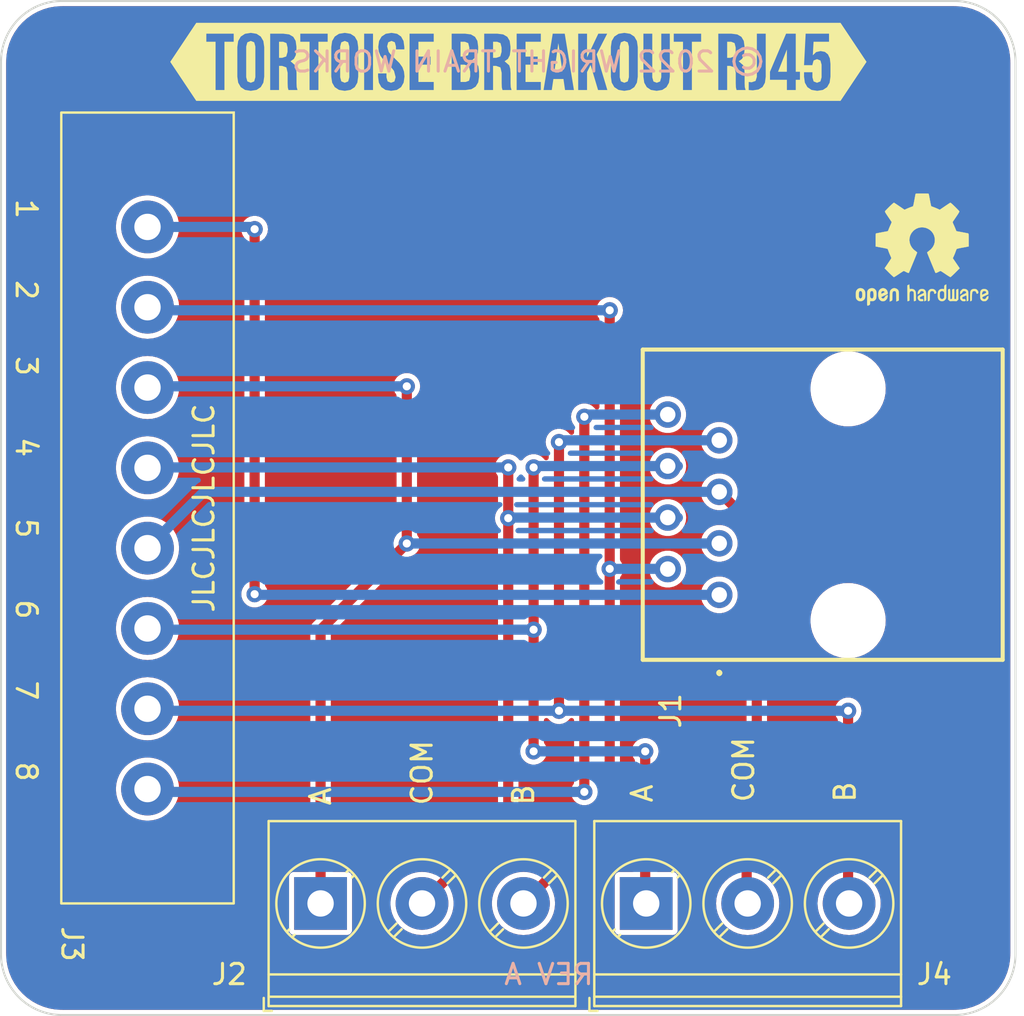
<source format=kicad_pcb>
(kicad_pcb (version 20211014) (generator pcbnew)
  (title_block (title "Tortoise Breakout Board RJ-45") (date "2022-02-12") (rev "A") (company "Wright Train Works"))
  (layers (0 "F.Cu" signal) (31 "B.Cu" signal) (34 "B.Paste" user) (35 "F.Paste" user) (36 "B.SilkS" user "B.Silkscreen") (37 "F.SilkS" user "F.Silkscreen") (38 "B.Mask" user) (39 "F.Mask" user) (44 "Edge.Cuts" user))
  (net 0 "")
  (net 1 "Net-(J1-Pad1)")
  (net 2 "Net-(J1-Pad2)")
  (net 3 "Net-(J1-Pad3)")
  (net 4 "Net-(J1-Pad4)")
  (net 5 "Net-(J1-Pad5)")
  (net 6 "Net-(J1-Pad6)")
  (net 7 "Net-(J1-Pad7)")
  (net 8 "Net-(J1-Pad8)")
  (footprint "TerminalBlock_Phoenix:TerminalBlock_Phoenix_PT-1,5-3-5.0-H_1x03_P5.00mm_Horizontal" (layer "F.Cu") (at 156.8 119.5)
    (fp_text reference "J4" (at 14.2 3.5) (layer "F.SilkS"))
    (fp_text value "Conn_01x03" hide)
    (pad "1" thru_hole rect (at 0 0) (size 2.6 2.6) (drill 1.3) (layers *.Cu *.Mask) (net 6 "Net-(J1-Pad6)"))
    (pad "2" thru_hole circle (at 5 0) (size 2.6 2.6) (drill 1.3) (layers *.Cu *.Mask) (net 5 "Net-(J1-Pad5)"))
    (pad "3" thru_hole circle (at 10 0) (size 2.6 2.6) (drill 1.3) (layers *.Cu *.Mask) (net 7 "Net-(J1-Pad7)"))
  )
  (footprint "EBM08DSXN:EBM08DSXN" (layer "F.Cu") (at 132.22 100 -90)
    (fp_text reference "J3" (at 21.5 3.72 -90 unlocked) (layer "F.SilkS"))
    (fp_text value "Conn_01x08" hide)
    (pad "1" thru_hole circle (at -13.86 0 270) (size 2.6 2.6) (drill 1.3) (layers *.Cu *.Mask) (net 1 "Net-(J1-Pad1)"))
    (pad "2" thru_hole circle (at -9.9 0 270) (size 2.6 2.6) (drill 1.3) (layers *.Cu *.Mask) (net 2 "Net-(J1-Pad2)"))
    (pad "3" thru_hole circle (at -5.94 0 270) (size 2.6 2.6) (drill 1.3) (layers *.Cu *.Mask) (net 3 "Net-(J1-Pad3)"))
    (pad "4" thru_hole circle (at -1.98 0 270) (size 2.6 2.6) (drill 1.3) (layers *.Cu *.Mask) (net 4 "Net-(J1-Pad4)"))
    (pad "5" thru_hole circle (at 1.98 0 270) (size 2.6 2.6) (drill 1.3) (layers *.Cu *.Mask) (net 5 "Net-(J1-Pad5)"))
    (pad "6" thru_hole circle (at 5.94 0 270) (size 2.6 2.6) (drill 1.3) (layers *.Cu *.Mask) (net 6 "Net-(J1-Pad6)"))
    (pad "7" thru_hole circle (at 9.9 0 270) (size 2.6 2.6) (drill 1.3) (layers *.Cu *.Mask) (net 7 "Net-(J1-Pad7)"))
    (pad "8" thru_hole circle (at 13.86 0 270) (size 2.6 2.6) (drill 1.3) (layers *.Cu *.Mask) (net 8 "Net-(J1-Pad8)"))
  )
  (footprint "TerminalBlock_Phoenix:TerminalBlock_Phoenix_PT-1,5-3-5.0-H_1x03_P5.00mm_Horizontal" (layer "F.Cu") (at 140.75 119.5)
    (fp_text reference "J2" (at -4.5 3.5) (layer "F.SilkS"))
    (fp_text value "Conn_01x03" hide)
    (pad "1" thru_hole rect (at 0 0) (size 2.6 2.6) (drill 1.3) (layers *.Cu *.Mask) (net 3 "Net-(J1-Pad3)"))
    (pad "2" thru_hole circle (at 5 0) (size 2.6 2.6) (drill 1.3) (layers *.Cu *.Mask) (net 4 "Net-(J1-Pad4)"))
    (pad "3" thru_hole circle (at 10 0) (size 2.6 2.6) (drill 1.3) (layers *.Cu *.Mask) (net 2 "Net-(J1-Pad2)"))
  )
  (footprint "Amphenol-54602-908LF-0:Amphenol-54602-908LF" (layer "F.Cu") (at 160.4 104.2825 90)
    (fp_text reference "J1" (at -5.7175 -2.4 90) (layer "F.SilkS"))
    (fp_text value "RJ45" hide)
    (pad "" np_thru_hole circle (at -1.27 6.35 90) (size 3.2 3.2) (drill 3.2) (layers *.Cu *.Mask))
    (pad "" np_thru_hole circle (at 10.16 6.35 90) (size 3.2 3.2) (drill 3.2) (layers *.Cu *.Mask))
    (pad "1" thru_hole circle (at 0 0 90) (size 1.303 1.303) (drill 0.76) (layers *.Cu *.Mask) (net 1 "Net-(J1-Pad1)"))
    (pad "2" thru_hole circle (at 1.27 -2.54 90) (size 1.303 1.303) (drill 0.76) (layers *.Cu *.Mask) (net 2 "Net-(J1-Pad2)"))
    (pad "3" thru_hole circle (at 2.54 0 90) (size 1.303 1.303) (drill 0.76) (layers *.Cu *.Mask) (net 3 "Net-(J1-Pad3)"))
    (pad "4" thru_hole circle (at 3.81 -2.54 90) (size 1.303 1.303) (drill 0.76) (layers *.Cu *.Mask) (net 4 "Net-(J1-Pad4)"))
    (pad "5" thru_hole circle (at 5.08 0 90) (size 1.303 1.303) (drill 0.76) (layers *.Cu *.Mask) (net 5 "Net-(J1-Pad5)"))
    (pad "6" thru_hole circle (at 6.35 -2.54 90) (size 1.303 1.303) (drill 0.76) (layers *.Cu *.Mask) (net 6 "Net-(J1-Pad6)"))
    (pad "7" thru_hole circle (at 7.62 0 90) (size 1.303 1.303) (drill 0.76) (layers *.Cu *.Mask) (net 7 "Net-(J1-Pad7)"))
    (pad "8" thru_hole circle (at 8.89 -2.54 90) (size 1.303 1.303) (drill 0.76) (layers *.Cu *.Mask) (net 8 "Net-(J1-Pad8)"))
  )
  (footprint "Symbol:OSHW-Logo2_7.3x6mm_SilkScreen" (layer "F.Cu") (at 170.4 87.25)
    (fp_text reference "REF**" hide)
    (fp_text value "OSHW-Logo2_7.3x6mm_SilkScreen" hide)
  )
  (footprint "kibuzzard-620B5AFA" (layer "F.Cu") (at 150.5 78)
    (fp_text reference "kibuzzard-620B5AFA" hide)
    (fp_text value "G***" hide)
  )
  (gr_line (start 175 78) (end 175 122) (layer "Edge.Cuts") (width 0.1))
  (gr_arc (start 172 75) (mid 174.12132 75.87868) (end 175 78) (layer "Edge.Cuts") (width 0.1))
  (gr_line (start 128 75) (end 172 75) (layer "Edge.Cuts") (width 0.1))
  (gr_line (start 172 125) (end 128 125) (layer "Edge.Cuts") (width 0.1))
  (gr_arc (start 128 125) (mid 125.87868 124.12132) (end 125 122) (layer "Edge.Cuts") (width 0.1))
  (gr_arc (start 175 122) (mid 174.12132 124.12132) (end 172 125) (layer "Edge.Cuts") (width 0.1))
  (gr_arc (start 125 78) (mid 125.87868 75.87868) (end 128 75) (layer "Edge.Cuts") (width 0.1))
  (gr_line (start 125 122) (end 125 78) (layer "Edge.Cuts") (width 0.1))
  (gr_text "© 2022 WRIGHT TRAIN WORKS" (at 151 78) (layer "B.SilkS") (effects (font (size 1 1)) (justify mirror)))
  (gr_text "REV A" (at 152 123) (layer "B.SilkS") (effects (font (size 1 1)) (justify mirror)))
  (gr_text "A" (at 140.75 114.75 90) (layer "F.SilkS") (effects (font (size 1 1)) (justify left)))
  (gr_text "2" (at 126.25 89.25 270) (layer "F.SilkS") (effects (font (size 1 1))))
  (gr_text "A" (at 156.6 114.6 90) (layer "F.SilkS") (effects (font (size 1 1)) (justify left)))
  (gr_text "5" (at 126.25 101 270) (layer "F.SilkS") (effects (font (size 1 1))))
  (gr_text "JLCJLCJLCJLC" (at 135 100 90) (layer "F.SilkS") (effects (font (size 1 1))))
  (gr_text "B" (at 166.6 114.6 90) (layer "F.SilkS") (effects (font (size 1 1)) (justify left)))
  (gr_text "COM" (at 161.6 114.6 90) (layer "F.SilkS") (effects (font (size 1 1)) (justify left)))
  (gr_text "4" (at 126.25 97 270) (layer "F.SilkS") (effects (font (size 1 1))))
  (gr_text "COM" (at 145.75 114.75 90) (layer "F.SilkS") (effects (font (size 1 1)) (justify left)))
  (gr_text "8" (at 126.25 113 270) (layer "F.SilkS") (effects (font (size 1 1))))
  (gr_text "3" (at 126.25 93 270) (layer "F.SilkS") (effects (font (size 1 1))))
  (gr_text "7" (at 126.25 109 270) (layer "F.SilkS") (effects (font (size 1 1))))
  (gr_text "6" (at 126.25 105 270) (layer "F.SilkS") (effects (font (size 1 1))))
  (gr_text "1" (at 126.25 85.25 270) (layer "F.SilkS") (effects (font (size 1 1))))
  (gr_text "B" (at 150.75 114.75 90) (layer "F.SilkS") (effects (font (size 1 1)) (justify left)))
  (segment (start 137.5 104.25) (end 137.5 86.25) (width 0.5) (layer "F.Cu") (net 1))
  (via (at 137.5 86.25) (size 0.8) (drill 0.4) (layers "F.Cu" "B.Cu") (net 1))
  (via (at 137.5 104.25) (size 0.8) (drill 0.4) (layers "F.Cu" "B.Cu") (net 1))
  (segment (start 137.39 86.14) (end 132.22 86.14) (width 0.5) (layer "B.Cu") (net 1))
  (segment (start 137.5325 104.2825) (end 137.5 104.25) (width 0.5) (layer "B.Cu") (net 1))
  (segment (start 160.4 104.2825) (end 137.5325 104.2825) (width 0.5) (layer "B.Cu") (net 1))
  (segment (start 137.5 86.25) (end 137.39 86.14) (width 0.5) (layer "B.Cu") (net 1))
  (segment (start 155 115.25) (end 150.75 119.5) (width 0.5) (layer "F.Cu") (net 2))
  (segment (start 155 103) (end 155 115.25) (width 0.5) (layer "F.Cu") (net 2))
  (segment (start 155 90.25) (end 155 103) (width 0.5) (layer "F.Cu") (net 2))
  (via (at 155 103) (size 0.8) (drill 0.4) (layers "F.Cu" "B.Cu") (net 2))
  (via (at 155 90.25) (size 0.8) (drill 0.4) (layers "F.Cu" "B.Cu") (net 2))
  (segment (start 155 90.25) (end 132.37 90.25) (width 0.5) (layer "B.Cu") (net 2))
  (segment (start 132.37 90.25) (end 132.22 90.1) (width 0.5) (layer "B.Cu") (net 2))
  (segment (start 155 103) (end 157.8475 103) (width 0.5) (layer "B.Cu") (net 2))
  (segment (start 157.8475 103) (end 157.86 103.0125) (width 0.5) (layer "B.Cu") (net 2))
  (segment (start 140.75 106) (end 140.75 119.5) (width 0.5) (layer "F.Cu") (net 3))
  (segment (start 145 101.75) (end 140.75 106) (width 0.5) (layer "F.Cu") (net 3))
  (segment (start 145 94) (end 145 101.75) (width 0.5) (layer "F.Cu") (net 3))
  (via (at 145 94) (size 0.8) (drill 0.4) (layers "F.Cu" "B.Cu") (net 3))
  (via (at 145 101.75) (size 0.8) (drill 0.4) (layers "F.Cu" "B.Cu") (net 3))
  (segment (start 145 101.75) (end 160.3925 101.75) (width 0.5) (layer "B.Cu") (net 3))
  (segment (start 132.28 94) (end 132.22 94.06) (width 0.5) (layer "B.Cu") (net 3))
  (segment (start 145 94) (end 132.28 94) (width 0.5) (layer "B.Cu") (net 3))
  (segment (start 160.3925 101.75) (end 160.4 101.7425) (width 0.5) (layer "B.Cu") (net 3))
  (segment (start 150 98) (end 150 100.5) (width 0.5) (layer "F.Cu") (net 4))
  (segment (start 150 100.5) (end 150 115.25) (width 0.5) (layer "F.Cu") (net 4))
  (segment (start 150 115.25) (end 145.75 119.5) (width 0.5) (layer "F.Cu") (net 4))
  (via (at 150 100.5) (size 0.8) (drill 0.4) (layers "F.Cu" "B.Cu") (net 4))
  (via (at 150 98) (size 0.8) (drill 0.4) (layers "F.Cu" "B.Cu") (net 4))
  (segment (start 150 98) (end 132.24 98) (width 0.5) (layer "B.Cu") (net 4))
  (segment (start 132.24 98) (end 132.22 98.02) (width 0.5) (layer "B.Cu") (net 4))
  (segment (start 150.0275 100.4725) (end 158.36 100.4725) (width 0.5) (layer "B.Cu") (net 4))
  (segment (start 150 100.5) (end 150.0275 100.4725) (width 0.5) (layer "B.Cu") (net 4))
  (segment (start 160.4 99.2025) (end 162.25 101.0525) (width 0.5) (layer "F.Cu") (net 5))
  (segment (start 162.25 101.0525) (end 162.25 116.5) (width 0.5) (layer "F.Cu") (net 5))
  (segment (start 162.25 116.5) (end 161.75 117) (width 0.5) (layer "F.Cu") (net 5))
  (segment (start 161.75 117) (end 161.75 119.5) (width 0.5) (layer "F.Cu") (net 5))
  (segment (start 134.9975 99.2025) (end 160.4 99.2025) (width 0.5) (layer "B.Cu") (net 5))
  (segment (start 132.22 101.98) (end 134.9975 99.2025) (width 0.5) (layer "B.Cu") (net 5))
  (segment (start 151.25 98) (end 151.25 106) (width 0.5) (layer "F.Cu") (net 6))
  (segment (start 156.75 112) (end 156.75 119.5) (width 0.5) (layer "F.Cu") (net 6))
  (segment (start 151.25 106) (end 151.25 112) (width 0.5) (layer "F.Cu") (net 6))
  (via (at 151.25 112) (size 0.8) (drill 0.4) (layers "F.Cu" "B.Cu") (net 6))
  (via (at 151.25 98) (size 0.8) (drill 0.4) (layers "F.Cu" "B.Cu") (net 6))
  (via (at 156.75 112) (size 0.8) (drill 0.4) (layers "F.Cu" "B.Cu") (net 6))
  (via (at 151.25 106) (size 0.8) (drill 0.4) (layers "F.Cu" "B.Cu") (net 6))
  (segment (start 132.28 106) (end 132.22 105.94) (width 0.5) (layer "B.Cu") (net 6))
  (segment (start 151.25 106) (end 132.28 106) (width 0.5) (layer "B.Cu") (net 6))
  (segment (start 151.3175 97.9325) (end 151.25 98) (width 0.5) (layer "B.Cu") (net 6))
  (segment (start 158.36 97.9325) (end 151.3175 97.9325) (width 0.5) (layer "B.Cu") (net 6))
  (segment (start 156.75 112) (end 151.25 112) (width 0.5) (layer "B.Cu") (net 6))
  (segment (start 152.5 96.75) (end 152.5 110) (width 0.5) (layer "F.Cu") (net 7))
  (segment (start 166.75 110) (end 166.75 119.5) (width 0.5) (layer "F.Cu") (net 7))
  (via (at 152.5 96.75) (size 0.8) (drill 0.4) (layers "F.Cu" "B.Cu") (net 7))
  (via (at 152.5 110) (size 0.8) (drill 0.4) (layers "F.Cu" "B.Cu") (net 7))
  (via (at 166.75 110) (size 0.8) (drill 0.4) (layers "F.Cu" "B.Cu") (net 7))
  (segment (start 152.5 110) (end 166.75 110) (width 0.5) (layer "B.Cu") (net 7))
  (segment (start 152.5875 96.6625) (end 152.5 96.75) (width 0.5) (layer "B.Cu") (net 7))
  (segment (start 132.32 110) (end 132.22 109.9) (width 0.5) (layer "B.Cu") (net 7))
  (segment (start 152.5 110) (end 132.32 110) (width 0.5) (layer "B.Cu") (net 7))
  (segment (start 160.4 96.6625) (end 152.5875 96.6625) (width 0.5) (layer "B.Cu") (net 7))
  (segment (start 153.75 114) (end 153.75 95.5) (width 0.5) (layer "F.Cu") (net 8))
  (via (at 153.75 95.5) (size 0.8) (drill 0.4) (layers "F.Cu" "B.Cu") (net 8))
  (via (at 153.75 114) (size 0.8) (drill 0.4) (layers "F.Cu" "B.Cu") (net 8))
  (segment (start 153.75 114) (end 132.36 114) (width 0.5) (layer "B.Cu") (net 8))
  (segment (start 132.36 114) (end 132.22 113.86) (width 0.5) (layer "B.Cu") (net 8))
  (segment (start 153.75 95.5) (end 153.8575 95.3925) (width 0.5) (layer "B.Cu") (net 8))
  (segment (start 153.8575 95.3925) (end 157.86 95.3925) (width 0.5) (layer "B.Cu") (net 8))
  (zone (net 0) (net_name "") (layers F&B.Cu) (connect_pads (clearance 0.254)) (min_thickness 0.254) (fill yes (thermal_gap 0.508) (thermal_bridge_width 0.508))
    (polygon (pts (xy 175 125) (xy 125 125) (xy 125 75) (xy 175 75)))
  )
)
</source>
